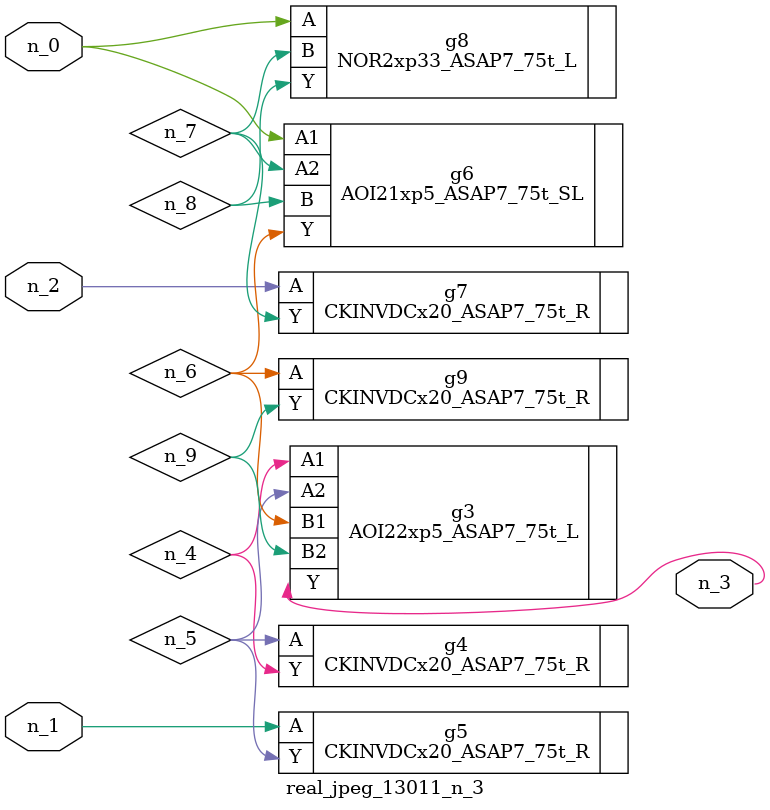
<source format=v>
module real_jpeg_13011_n_3 (n_1, n_0, n_2, n_3);

input n_1;
input n_0;
input n_2;

output n_3;

wire n_5;
wire n_8;
wire n_4;
wire n_6;
wire n_7;
wire n_9;

AOI21xp5_ASAP7_75t_SL g6 ( 
.A1(n_0),
.A2(n_7),
.B(n_8),
.Y(n_6)
);

NOR2xp33_ASAP7_75t_L g8 ( 
.A(n_0),
.B(n_7),
.Y(n_8)
);

CKINVDCx20_ASAP7_75t_R g5 ( 
.A(n_1),
.Y(n_5)
);

CKINVDCx20_ASAP7_75t_R g7 ( 
.A(n_2),
.Y(n_7)
);

AOI22xp5_ASAP7_75t_L g3 ( 
.A1(n_4),
.A2(n_5),
.B1(n_6),
.B2(n_9),
.Y(n_3)
);

CKINVDCx20_ASAP7_75t_R g4 ( 
.A(n_5),
.Y(n_4)
);

CKINVDCx20_ASAP7_75t_R g9 ( 
.A(n_6),
.Y(n_9)
);


endmodule
</source>
